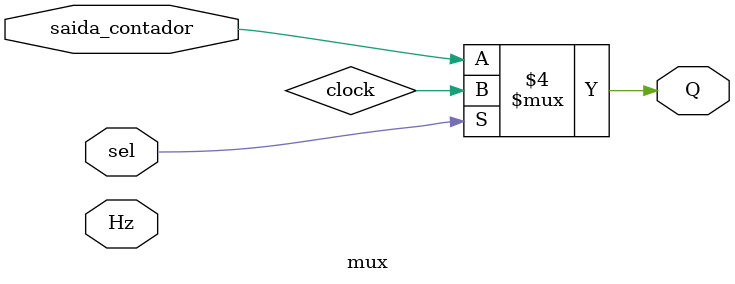
<source format=v>
module mux(input wire sel, saida_contador, Hz,
              output reg Q);
  
  always@*
  if (sel == 0)
    begin
      Q = saida_contador;
    end
  else
      Q = clock;
  
endmodule
</source>
